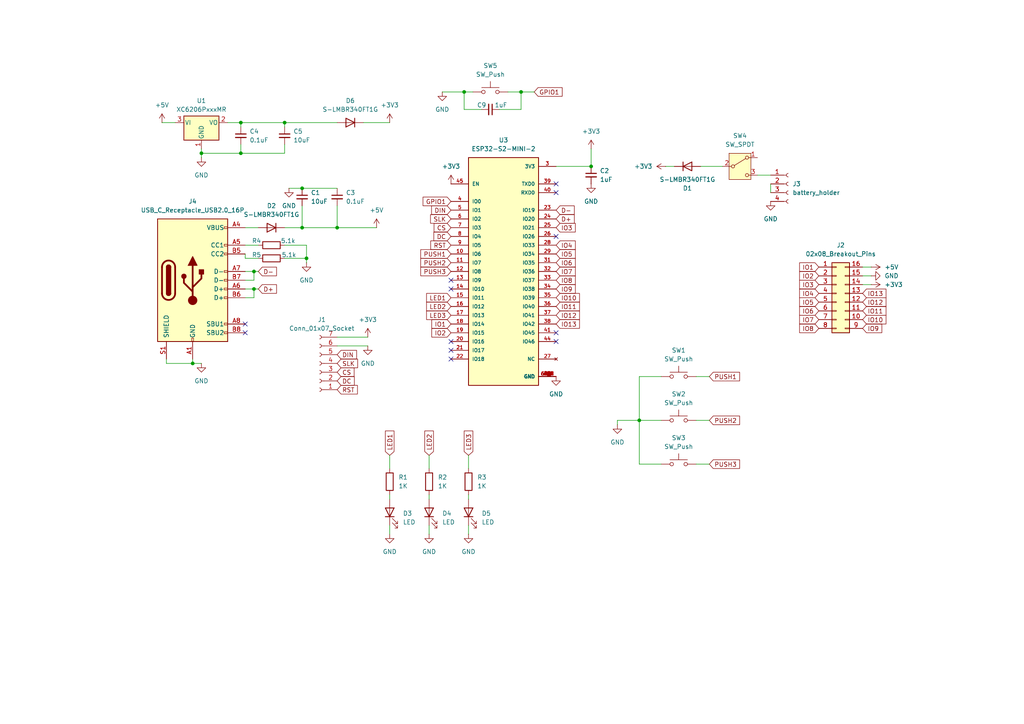
<source format=kicad_sch>
(kicad_sch (version 20231120) (generator "eeschema") (generator_version "8.0")
  (paper "A4")
  (lib_symbols
    (symbol "Connector:Conn_01x04_Socket" (pin_names (offset 1.016) hide)
      (property "Reference" "J" (at 0 5.08 0))
      (property "Value" "Conn_01x04_Socket" (at 0 -7.62 0))
      (symbol "Conn_01x04_Socket_1_1"
        (arc (start 0 -4.572) (mid -0.5058 -5.08) (end 0 -5.588) (stroke (width 0.1524)))
        (arc (start 0 -2.032) (mid -0.5058 -2.54) (end 0 -3.048) (stroke (width 0.1524)))
        (polyline (pts (xy -1.27 -5.08) (xy -0.508 -5.08)) (stroke (width 0.1524)))
        (polyline (pts (xy -1.27 -2.54) (xy -0.508 -2.54)) (stroke (width 0.1524)))
        (polyline (pts (xy -1.27 0) (xy -0.508 0)) (stroke (width 0.1524)))
        (polyline (pts (xy -1.27 2.54) (xy -0.508 2.54)) (stroke (width 0.1524)))
        (arc (start 0 0.508) (mid -0.5058 0) (end 0 -0.508) (stroke (width 0.1524)))
        (arc (start 0 3.048) (mid -0.5058 2.54) (end 0 2.032) (stroke (width 0.1524)))
        (pin passive line (at -5.08 2.54 0) (length 3.81) (name "Pin_1") (number "1"))
        (pin passive line (at -5.08 0 0) (length 3.81) (name "Pin_2") (number "2"))
        (pin passive line (at -5.08 -2.54 0) (length 3.81) (name "Pin_3") (number "3"))
        (pin passive line (at -5.08 -5.08 0) (length 3.81) (name "Pin_4") (number "4"))
      )
    )
    (symbol "Connector:Conn_01x07_Socket" (pin_names (offset 1.016) hide)
      (property "Reference" "J" (at 0 10.16 0))
      (property "Value" "Conn_01x07_Socket" (at 0 -10.16 0))
      (symbol "Conn_01x07_Socket_1_1"
        (arc (start 0 -7.112) (mid -0.5058 -7.62) (end 0 -8.128) (stroke (width 0.1524)))
        (arc (start 0 -4.572) (mid -0.5058 -5.08) (end 0 -5.588) (stroke (width 0.1524)))
        (arc (start 0 -2.032) (mid -0.5058 -2.54) (end 0 -3.048) (stroke (width 0.1524)))
        (polyline (pts (xy -1.27 -7.62) (xy -0.508 -7.62)) (stroke (width 0.1524)))
        (polyline (pts (xy -1.27 -5.08) (xy -0.508 -5.08)) (stroke (width 0.1524)))
        (polyline (pts (xy -1.27 -2.54) (xy -0.508 -2.54)) (stroke (width 0.1524)))
        (polyline (pts (xy -1.27 0) (xy -0.508 0)) (stroke (width 0.1524)))
        (polyline (pts (xy -1.27 2.54) (xy -0.508 2.54)) (stroke (width 0.1524)))
        (polyline (pts (xy -1.27 5.08) (xy -0.508 5.08)) (stroke (width 0.1524)))
        (polyline (pts (xy -1.27 7.62) (xy -0.508 7.62)) (stroke (width 0.1524)))
        (arc (start 0 0.508) (mid -0.5058 0) (end 0 -0.508) (stroke (width 0.1524)))
        (arc (start 0 3.048) (mid -0.5058 2.54) (end 0 2.032) (stroke (width 0.1524)))
        (arc (start 0 5.588) (mid -0.5058 5.08) (end 0 4.572) (stroke (width 0.1524)))
        (arc (start 0 8.128) (mid -0.5058 7.62) (end 0 7.112) (stroke (width 0.1524)))
        (pin passive line (at -5.08 7.62 0) (length 3.81) (name "Pin_1") (number "1"))
        (pin passive line (at -5.08 5.08 0) (length 3.81) (name "Pin_2") (number "2"))
        (pin passive line (at -5.08 2.54 0) (length 3.81) (name "Pin_3") (number "3"))
        (pin passive line (at -5.08 0 0) (length 3.81) (name "Pin_4") (number "4"))
        (pin passive line (at -5.08 -2.54 0) (length 3.81) (name "Pin_5") (number "5"))
        (pin passive line (at -5.08 -5.08 0) (length 3.81) (name "Pin_6") (number "6"))
        (pin passive line (at -5.08 -7.62 0) (length 3.81) (name "Pin_7") (number "7"))
      )
    )
    (symbol "Connector:USB_C_Receptacle_USB2.0_16P" (pin_names (offset 1.016))
      (property "Reference" "J" (at 0 22.225 0))
      (property "Value" "USB_C_Receptacle_USB2.0_16P" (at 0 19.685 0))
      (symbol "USB_C_Receptacle_USB2.0_16P_0_0"
        (rectangle (start -0.254 -17.78) (end 0.254 -16.764))
        (rectangle (start 10.16 -14.986) (end 9.144 -15.494))
        (rectangle (start 10.16 -12.446) (end 9.144 -12.954))
        (rectangle (start 10.16 -4.826) (end 9.144 -5.334))
        (rectangle (start 10.16 -2.286) (end 9.144 -2.794))
        (rectangle (start 10.16 0.254) (end 9.144 -0.254))
        (rectangle (start 10.16 2.794) (end 9.144 2.286))
        (rectangle (start 10.16 7.874) (end 9.144 7.366))
        (rectangle (start 10.16 10.414) (end 9.144 9.906))
        (rectangle (start 10.16 15.494) (end 9.144 14.986))
      )
      (symbol "USB_C_Receptacle_USB2.0_16P_0_1"
        (rectangle (start -10.16 17.78) (end 10.16 -17.78) (stroke (width 0.254)) (fill (type background)))
        (arc (start -8.89 -3.81) (mid -6.985 -5.7067) (end -5.08 -3.81) (stroke (width 0.508)))
        (arc (start -7.62 -3.81) (mid -6.985 -4.4423) (end -6.35 -3.81) (stroke (width 0.254)))
        (arc (start -7.62 -3.81) (mid -6.985 -4.4423) (end -6.35 -3.81) (stroke (width 0.254)) (fill (type outline)))
        (rectangle (start -7.62 -3.81) (end -6.35 3.81) (stroke (width 0.254)) (fill (type outline)))
        (arc (start -6.35 3.81) (mid -6.985 4.4423) (end -7.62 3.81) (stroke (width 0.254)))
        (arc (start -6.35 3.81) (mid -6.985 4.4423) (end -7.62 3.81) (stroke (width 0.254)) (fill (type outline)))
        (arc (start -5.08 3.81) (mid -6.985 5.7067) (end -8.89 3.81) (stroke (width 0.508)))
        (circle (center -2.54 1.143) (radius 0.635) (stroke (width 0.254)) (fill (type outline)))
        (circle (center 0 -5.842) (radius 1.27) (fill (type outline)))
        (polyline (pts (xy -8.89 -3.81) (xy -8.89 3.81)) (stroke (width 0.508)))
        (polyline (pts (xy -5.08 3.81) (xy -5.08 -3.81)) (stroke (width 0.508)))
        (polyline (pts (xy 0 -5.842) (xy 0 4.318)) (stroke (width 0.508)))
        (polyline (pts (xy 0 -3.302) (xy -2.54 -0.762) (xy -2.54 0.508)) (stroke (width 0.508)))
        (polyline (pts (xy 0 -2.032) (xy 2.54 0.508) (xy 2.54 1.778)) (stroke (width 0.508)))
        (polyline (pts (xy -1.27 4.318) (xy 0 6.858) (xy 1.27 4.318) (xy -1.27 4.318)) (stroke (width 0.254)) (fill (type outline)))
        (rectangle (start 1.905 1.778) (end 3.175 3.048) (stroke (width 0.254)) (fill (type outline)))
      )
      (symbol "USB_C_Receptacle_USB2.0_16P_1_1"
        (pin passive line (at 0 -22.86 90) (length 5.08) (name "GND") (number "A1"))
        (pin passive line (at 0 -22.86 90) (length 5.08) hide (name "GND") (number "A12"))
        (pin passive line (at 15.24 15.24 180) (length 5.08) (name "VBUS") (number "A4"))
        (pin bidirectional line (at 15.24 10.16 180) (length 5.08) (name "CC1") (number "A5"))
        (pin bidirectional line (at 15.24 -2.54 180) (length 5.08) (name "D+") (number "A6"))
        (pin bidirectional line (at 15.24 2.54 180) (length 5.08) (name "D-") (number "A7"))
        (pin bidirectional line (at 15.24 -12.7 180) (length 5.08) (name "SBU1") (number "A8"))
        (pin passive line (at 15.24 15.24 180) (length 5.08) hide (name "VBUS") (number "A9"))
        (pin passive line (at 0 -22.86 90) (length 5.08) hide (name "GND") (number "B1"))
        (pin passive line (at 0 -22.86 90) (length 5.08) hide (name "GND") (number "B12"))
        (pin passive line (at 15.24 15.24 180) (length 5.08) hide (name "VBUS") (number "B4"))
        (pin bidirectional line (at 15.24 7.62 180) (length 5.08) (name "CC2") (number "B5"))
        (pin bidirectional line (at 15.24 -5.08 180) (length 5.08) (name "D+") (number "B6"))
        (pin bidirectional line (at 15.24 0 180) (length 5.08) (name "D-") (number "B7"))
        (pin bidirectional line (at 15.24 -15.24 180) (length 5.08) (name "SBU2") (number "B8"))
        (pin passive line (at 15.24 15.24 180) (length 5.08) hide (name "VBUS") (number "B9"))
        (pin passive line (at -7.62 -22.86 90) (length 5.08) (name "SHIELD") (number "S1"))
      )
    )
    (symbol "Connector_Generic:Conn_02x08_Counter_Clockwise" (pin_names (offset 1.016) hide)
      (property "Reference" "J" (at 1.27 10.16 0))
      (property "Value" "Conn_02x08_Counter_Clockwise" (at 1.27 -12.7 0))
      (symbol "Conn_02x08_Counter_Clockwise_1_1"
        (rectangle (start -1.27 -10.033) (end 0 -10.287) (stroke (width 0.1524)))
        (rectangle (start -1.27 -7.493) (end 0 -7.747) (stroke (width 0.1524)))
        (rectangle (start -1.27 -4.953) (end 0 -5.207) (stroke (width 0.1524)))
        (rectangle (start -1.27 -2.413) (end 0 -2.667) (stroke (width 0.1524)))
        (rectangle (start -1.27 0.127) (end 0 -0.127) (stroke (width 0.1524)))
        (rectangle (start -1.27 2.667) (end 0 2.413) (stroke (width 0.1524)))
        (rectangle (start -1.27 5.207) (end 0 4.953) (stroke (width 0.1524)))
        (rectangle (start -1.27 7.747) (end 0 7.493) (stroke (width 0.1524)))
        (rectangle (start -1.27 8.89) (end 3.81 -11.43) (stroke (width 0.254)) (fill (type background)))
        (rectangle (start 3.81 -10.033) (end 2.54 -10.287) (stroke (width 0.1524)))
        (rectangle (start 3.81 -7.493) (end 2.54 -7.747) (stroke (width 0.1524)))
        (rectangle (start 3.81 -4.953) (end 2.54 -5.207) (stroke (width 0.1524)))
        (rectangle (start 3.81 -2.413) (end 2.54 -2.667) (stroke (width 0.1524)))
        (rectangle (start 3.81 0.127) (end 2.54 -0.127) (stroke (width 0.1524)))
        (rectangle (start 3.81 2.667) (end 2.54 2.413) (stroke (width 0.1524)))
        (rectangle (start 3.81 5.207) (end 2.54 4.953) (stroke (width 0.1524)))
        (rectangle (start 3.81 7.747) (end 2.54 7.493) (stroke (width 0.1524)))
        (pin passive line (at -5.08 7.62 0) (length 3.81) (name "Pin_1") (number "1"))
        (pin passive line (at 7.62 -7.62 180) (length 3.81) (name "Pin_10") (number "10"))
        (pin passive line (at 7.62 -5.08 180) (length 3.81) (name "Pin_11") (number "11"))
        (pin passive line (at 7.62 -2.54 180) (length 3.81) (name "Pin_12") (number "12"))
        (pin passive line (at 7.62 0 180) (length 3.81) (name "Pin_13") (number "13"))
        (pin passive line (at 7.62 2.54 180) (length 3.81) (name "Pin_14") (number "14"))
        (pin passive line (at 7.62 5.08 180) (length 3.81) (name "Pin_15") (number "15"))
        (pin passive line (at 7.62 7.62 180) (length 3.81) (name "Pin_16") (number "16"))
        (pin passive line (at -5.08 5.08 0) (length 3.81) (name "Pin_2") (number "2"))
        (pin passive line (at -5.08 2.54 0) (length 3.81) (name "Pin_3") (number "3"))
        (pin passive line (at -5.08 0 0) (length 3.81) (name "Pin_4") (number "4"))
        (pin passive line (at -5.08 -2.54 0) (length 3.81) (name "Pin_5") (number "5"))
        (pin passive line (at -5.08 -5.08 0) (length 3.81) (name "Pin_6") (number "6"))
        (pin passive line (at -5.08 -7.62 0) (length 3.81) (name "Pin_7") (number "7"))
        (pin passive line (at -5.08 -10.16 0) (length 3.81) (name "Pin_8") (number "8"))
        (pin passive line (at 7.62 -10.16 180) (length 3.81) (name "Pin_9") (number "9"))
      )
    )
    (symbol "Device:C_Small" (pin_numbers hide) (pin_names (offset 0.254) hide)
      (property "Reference" "C" (at 0.254 1.778 0))
      (property "Value" "C_Small" (at 0.254 -2.032 0))
      (symbol "C_Small_0_1"
        (polyline (pts (xy -1.524 -0.508) (xy 1.524 -0.508)) (stroke (width 0.3302)))
        (polyline (pts (xy -1.524 0.508) (xy 1.524 0.508)) (stroke (width 0.3048)))
      )
      (symbol "C_Small_1_1"
        (pin passive line (at 0 2.54 270) (length 2.032) (name "~") (number "1"))
        (pin passive line (at 0 -2.54 90) (length 2.032) (name "~") (number "2"))
      )
    )
    (symbol "Device:D" (pin_numbers hide) (pin_names (offset 1.016) hide)
      (property "Reference" "D" (at 0 2.54 0))
      (property "Value" "D" (at 0 -2.54 0))
      (symbol "D_0_1"
        (polyline (pts (xy -1.27 1.27) (xy -1.27 -1.27)) (stroke (width 0.254)))
        (polyline (pts (xy 1.27 0) (xy -1.27 0)))
        (polyline (pts (xy 1.27 1.27) (xy 1.27 -1.27) (xy -1.27 0) (xy 1.27 1.27)) (stroke (width 0.254)))
      )
      (symbol "D_1_1"
        (pin passive line (at -3.81 0 0) (length 2.54) (name "K") (number "1"))
        (pin passive line (at 3.81 0 180) (length 2.54) (name "A") (number "2"))
      )
    )
    (symbol "Device:LED" (pin_numbers hide) (pin_names (offset 1.016) hide)
      (property "Reference" "D" (at 0 2.54 0))
      (property "Value" "LED" (at 0 -2.54 0))
      (symbol "LED_0_1"
        (polyline (pts (xy -1.27 -1.27) (xy -1.27 1.27)) (stroke (width 0.254)))
        (polyline (pts (xy -1.27 0) (xy 1.27 0)))
        (polyline (pts (xy 1.27 -1.27) (xy 1.27 1.27) (xy -1.27 0) (xy 1.27 -1.27)) (stroke (width 0.254)))
        (polyline (pts (xy -3.048 -0.762) (xy -4.572 -2.286) (xy -3.81 -2.286) (xy -4.572 -2.286) (xy -4.572 -1.524)))
        (polyline (pts (xy -1.778 -0.762) (xy -3.302 -2.286) (xy -2.54 -2.286) (xy -3.302 -2.286) (xy -3.302 -1.524)))
      )
      (symbol "LED_1_1"
        (pin passive line (at -3.81 0 0) (length 2.54) (name "K") (number "1"))
        (pin passive line (at 3.81 0 180) (length 2.54) (name "A") (number "2"))
      )
    )
    (symbol "Device:R" (pin_numbers hide) (pin_names (offset 0))
      (property "Reference" "R" (at 2.032 0 90))
      (property "Value" "R" (at 0 0 90))
      (symbol "R_0_1"
        (rectangle (start -1.016 -2.54) (end 1.016 2.54) (stroke (width 0.254)))
      )
      (symbol "R_1_1"
        (pin passive line (at 0 3.81 270) (length 1.27) (name "~") (number "1"))
        (pin passive line (at 0 -3.81 90) (length 1.27) (name "~") (number "2"))
      )
    )
    (symbol "ESP32-S2-MINI-1:ESP32-S2-MINI-1" (pin_names (offset 1.016))
      (property "Reference" "U" (at -10.16 33.909 0))
      (property "Value" "ESP32-S2-MINI-1" (at -10.16 -35.56 0))
      (symbol "ESP32-S2-MINI-1_0_0"
        (rectangle (start -10.16 -33.02) (end 10.16 33.02) (stroke (width 0.254)) (fill (type background)))
        (pin power_in line (at 15.24 -30.48 180) (length 5.08) (name "GND") (number "1"))
        (pin bidirectional line (at -15.24 5.08 0) (length 5.08) (name "IO6") (number "10"))
        (pin bidirectional line (at -15.24 2.54 0) (length 5.08) (name "IO7") (number "11"))
        (pin bidirectional line (at -15.24 0 0) (length 5.08) (name "IO8") (number "12"))
        (pin bidirectional line (at -15.24 -2.54 0) (length 5.08) (name "IO9") (number "13"))
        (pin bidirectional line (at -15.24 -5.08 0) (length 5.08) (name "IO10") (number "14"))
        (pin bidirectional line (at -15.24 -7.62 0) (length 5.08) (name "IO11") (number "15"))
        (pin bidirectional line (at -15.24 -10.16 0) (length 5.08) (name "IO12") (number "16"))
        (pin bidirectional line (at -15.24 -12.7 0) (length 5.08) (name "IO13") (number "17"))
        (pin bidirectional line (at -15.24 -15.24 0) (length 5.08) (name "IO14") (number "18"))
        (pin bidirectional line (at -15.24 -17.78 0) (length 5.08) (name "IO15") (number "19"))
        (pin power_in line (at 15.24 -30.48 180) (length 5.08) (name "GND") (number "2"))
        (pin bidirectional line (at -15.24 -20.32 0) (length 5.08) (name "IO16") (number "20"))
        (pin bidirectional line (at -15.24 -22.86 0) (length 5.08) (name "IO17") (number "21"))
        (pin bidirectional line (at -15.24 -25.4 0) (length 5.08) (name "IO18") (number "22"))
        (pin bidirectional line (at 15.24 17.78 180) (length 5.08) (name "IO19") (number "23"))
        (pin bidirectional line (at 15.24 15.24 180) (length 5.08) (name "IO20") (number "24"))
        (pin bidirectional line (at 15.24 12.7 180) (length 5.08) (name "IO21") (number "25"))
        (pin bidirectional line (at 15.24 10.16 180) (length 5.08) (name "IO26") (number "26"))
        (pin no_connect line (at 15.24 -25.4 180) (length 5.08) (name "NC") (number "27"))
        (pin bidirectional line (at 15.24 7.62 180) (length 5.08) (name "IO33") (number "28"))
        (pin bidirectional line (at 15.24 5.08 180) (length 5.08) (name "IO34") (number "29"))
        (pin power_in line (at 15.24 30.48 180) (length 5.08) (name "3V3") (number "3"))
        (pin power_in line (at 15.24 -30.48 180) (length 5.08) (name "GND") (number "30"))
        (pin bidirectional line (at 15.24 2.54 180) (length 5.08) (name "IO35") (number "31"))
        (pin bidirectional line (at 15.24 0 180) (length 5.08) (name "IO36") (number "32"))
        (pin bidirectional line (at 15.24 -2.54 180) (length 5.08) (name "IO37") (number "33"))
        (pin bidirectional line (at 15.24 -5.08 180) (length 5.08) (name "IO38") (number "34"))
        (pin bidirectional line (at 15.24 -7.62 180) (length 5.08) (name "IO39") (number "35"))
        (pin bidirectional line (at 15.24 -10.16 180) (length 5.08) (name "IO40") (number "36"))
        (pin bidirectional line (at 15.24 -12.7 180) (length 5.08) (name "IO41") (number "37"))
        (pin bidirectional line (at 15.24 -15.24 180) (length 5.08) (name "IO42") (number "38"))
        (pin bidirectional line (at 15.24 25.4 180) (length 5.08) (name "TXD0") (number "39"))
        (pin bidirectional line (at -15.24 20.32 0) (length 5.08) (name "IO0") (number "4"))
        (pin bidirectional line (at 15.24 22.86 180) (length 5.08) (name "RXD0") (number "40"))
        (pin bidirectional line (at 15.24 -17.78 180) (length 5.08) (name "IO45") (number "41"))
        (pin power_in line (at 15.24 -30.48 180) (length 5.08) (name "GND") (number "42"))
        (pin power_in line (at 15.24 -30.48 180) (length 5.08) (name "GND") (number "43"))
        (pin input line (at 15.24 -20.32 180) (length 5.08) (name "IO46") (number "44"))
        (pin input line (at -15.24 25.4 0) (length 5.08) (name "EN") (number "45"))
        (pin power_in line (at 15.24 -30.48 180) (length 5.08) (name "GND") (number "46"))
        (pin power_in line (at 15.24 -30.48 180) (length 5.08) (name "GND") (number "47"))
        (pin power_in line (at 15.24 -30.48 180) (length 5.08) (name "GND") (number "48"))
        (pin power_in line (at 15.24 -30.48 180) (length 5.08) (name "GND") (number "49"))
        (pin bidirectional line (at -15.24 17.78 0) (length 5.08) (name "IO1") (number "5"))
        (pin power_in line (at 15.24 -30.48 180) (length 5.08) (name "GND") (number "50"))
        (pin power_in line (at 15.24 -30.48 180) (length 5.08) (name "GND") (number "51"))
        (pin power_in line (at 15.24 -30.48 180) (length 5.08) (name "GND") (number "52"))
        (pin power_in line (at 15.24 -30.48 180) (length 5.08) (name "GND") (number "53"))
        (pin power_in line (at 15.24 -30.48 180) (length 5.08) (name "GND") (number "54"))
        (pin power_in line (at 15.24 -30.48 180) (length 5.08) (name "GND") (number "55"))
        (pin power_in line (at 15.24 -30.48 180) (length 5.08) (name "GND") (number "56"))
        (pin power_in line (at 15.24 -30.48 180) (length 5.08) (name "GND") (number "57"))
        (pin power_in line (at 15.24 -30.48 180) (length 5.08) (name "GND") (number "58"))
        (pin power_in line (at 15.24 -30.48 180) (length 5.08) (name "GND") (number "59"))
        (pin bidirectional line (at -15.24 15.24 0) (length 5.08) (name "IO2") (number "6"))
        (pin power_in line (at 15.24 -30.48 180) (length 5.08) (name "GND") (number "60"))
        (pin power_in line (at 15.24 -30.48 180) (length 5.08) (name "GND") (number "61"))
        (pin power_in line (at 15.24 -30.48 180) (length 5.08) (name "GND") (number "61_1"))
        (pin power_in line (at 15.24 -30.48 180) (length 5.08) (name "GND") (number "61_2"))
        (pin power_in line (at 15.24 -30.48 180) (length 5.08) (name "GND") (number "61_3"))
        (pin power_in line (at 15.24 -30.48 180) (length 5.08) (name "GND") (number "61_4"))
        (pin power_in line (at 15.24 -30.48 180) (length 5.08) (name "GND") (number "61_5"))
        (pin power_in line (at 15.24 -30.48 180) (length 5.08) (name "GND") (number "61_6"))
        (pin power_in line (at 15.24 -30.48 180) (length 5.08) (name "GND") (number "61_7"))
        (pin power_in line (at 15.24 -30.48 180) (length 5.08) (name "GND") (number "61_8"))
        (pin power_in line (at 15.24 -30.48 180) (length 5.08) (name "GND") (number "62"))
        (pin power_in line (at 15.24 -30.48 180) (length 5.08) (name "GND") (number "63"))
        (pin power_in line (at 15.24 -30.48 180) (length 5.08) (name "GND") (number "64"))
        (pin power_in line (at 15.24 -30.48 180) (length 5.08) (name "GND") (number "65"))
        (pin bidirectional line (at -15.24 12.7 0) (length 5.08) (name "IO3") (number "7"))
        (pin bidirectional line (at -15.24 10.16 0) (length 5.08) (name "IO4") (number "8"))
        (pin bidirectional line (at -15.24 7.62 0) (length 5.08) (name "IO5") (number "9"))
      )
    )
    (symbol "Regulator_Linear:XC6206PxxxMR" (pin_names (offset 0.254))
      (property "Reference" "U" (at -3.81 3.175 0))
      (property "Value" "XC6206PxxxMR" (at 0 3.175 0))
      (symbol "XC6206PxxxMR_0_1"
        (rectangle (start -5.08 1.905) (end 5.08 -5.08) (stroke (width 0.254)) (fill (type background)))
      )
      (symbol "XC6206PxxxMR_1_1"
        (pin power_in line (at 0 -7.62 90) (length 2.54) (name "GND") (number "1"))
        (pin power_out line (at 7.62 0 180) (length 2.54) (name "VO") (number "2"))
        (pin power_in line (at -7.62 0 0) (length 2.54) (name "VI") (number "3"))
      )
    )
    (symbol "Switch:SW_Push" (pin_numbers hide) (pin_names (offset 1.016) hide)
      (property "Reference" "SW" (at 1.27 2.54 0))
      (property "Value" "SW_Push" (at 0 -1.524 0))
      (symbol "SW_Push_0_1"
        (circle (center -2.032 0) (radius 0.508))
        (polyline (pts (xy 0 1.27) (xy 0 3.048)))
        (polyline (pts (xy 2.54 1.27) (xy -2.54 1.27)))
        (circle (center 2.032 0) (radius 0.508))
        (pin passive line (at -5.08 0 0) (length 2.54) (name "1") (number "1"))
        (pin passive line (at 5.08 0 180) (length 2.54) (name "2") (number "2"))
      )
    )
    (symbol "Switch:SW_SPDT" (pin_names (offset 0) hide)
      (property "Reference" "SW" (at 0 5.08 0))
      (property "Value" "SW_SPDT" (at 0 -5.08 0))
      (symbol "SW_SPDT_0_1"
        (circle (center -2.032 0) (radius 0.4572))
        (polyline (pts (xy -1.651 0.254) (xy 1.651 2.286)))
        (circle (center 2.032 -2.54) (radius 0.4572))
        (circle (center 2.032 2.54) (radius 0.4572))
      )
      (symbol "SW_SPDT_1_1"
        (rectangle (start -3.175 3.81) (end 3.175 -3.81) (fill (type background)))
        (pin passive line (at 5.08 2.54 180) (length 2.54) (name "A") (number "1"))
        (pin passive line (at -5.08 0 0) (length 2.54) (name "B") (number "2"))
        (pin passive line (at 5.08 -2.54 180) (length 2.54) (name "C") (number "3"))
      )
    )
    (symbol "power:+3V3" (power) (pin_numbers hide) (pin_names (offset 0) hide)
      (property "Value" "+3V3" (at 0 3.556 0))
      (symbol "+3V3_0_1"
        (polyline (pts (xy -0.762 1.27) (xy 0 2.54)))
        (polyline (pts (xy 0 0) (xy 0 2.54)))
        (polyline (pts (xy 0 2.54) (xy 0.762 1.27)))
      )
      (symbol "+3V3_1_1"
        (pin power_in line (at 0 0 90) (length 0) (name "~") (number "1"))
      )
    )
    (symbol "power:+5V" (power) (pin_numbers hide) (pin_names (offset 0) hide)
      (property "Value" "+5V" (at 0 3.556 0))
      (symbol "+5V_0_1"
        (polyline (pts (xy -0.762 1.27) (xy 0 2.54)))
        (polyline (pts (xy 0 0) (xy 0 2.54)))
        (polyline (pts (xy 0 2.54) (xy 0.762 1.27)))
      )
      (symbol "+5V_1_1"
        (pin power_in line (at 0 0 90) (length 0) (name "~") (number "1"))
      )
    )
    (symbol "power:GND" (power) (pin_numbers hide) (pin_names (offset 0) hide)
      (property "Value" "GND" (at 0 -3.81 0))
      (symbol "GND_0_1"
        (polyline (pts (xy 0 0) (xy 0 -1.27) (xy 1.27 -1.27) (xy 0 -2.54) (xy -1.27 -1.27) (xy 0 -1.27)))
      )
      (symbol "GND_1_1"
        (pin power_in line (at 0 0 270) (length 0) (name "~") (number "1"))
      )
    )
  )
  (junction (at 88.9 74.93))
  (junction (at 87.63 66.04))
  (junction (at 69.85 44.45))
  (junction (at 55.88 105.41))
  (junction (at 73.66 83.82))
  (junction (at 134.62 26.67))
  (junction (at 185.42 121.92))
  (junction (at 151.13 26.67))
  (junction (at 73.66 78.74))
  (junction (at 69.85 35.56))
  (junction (at 87.63 54.61))
  (junction (at 97.79 66.04))
  (junction (at 82.55 35.56))
  (junction (at 58.42 44.45))
  (junction (at 171.45 48.26))
  (no_connect (at 161.29 53.34))
  (no_connect (at 130.81 83.82))
  (no_connect (at 130.81 101.6))
  (no_connect (at 71.12 93.98))
  (no_connect (at 161.29 96.52))
  (no_connect (at 71.12 96.52))
  (no_connect (at 161.29 99.06))
  (no_connect (at 161.29 55.88))
  (no_connect (at 130.81 81.28))
  (no_connect (at 130.81 104.14))
  (no_connect (at 161.29 68.58))
  (no_connect (at 130.81 99.06))
  (wire (pts (xy 58.42 44.45) (xy 58.42 43.18)))
  (wire (pts (xy 71.12 81.28) (xy 73.66 81.28)))
  (wire (pts (xy 82.55 74.93) (xy 88.9 74.93)))
  (wire (pts (xy 128.27 26.67) (xy 134.62 26.67)))
  (wire (pts (xy 87.63 66.04) (xy 87.63 59.69)))
  (wire (pts (xy 185.42 134.62) (xy 191.77 134.62)))
  (wire (pts (xy 97.79 66.04) (xy 109.22 66.04)))
  (wire (pts (xy 97.79 100.33) (xy 106.68 100.33)))
  (wire (pts (xy 71.12 71.12) (xy 74.93 71.12)))
  (wire (pts (xy 82.55 44.45) (xy 82.55 41.91)))
  (wire (pts (xy 134.62 26.67) (xy 137.16 26.67)))
  (wire (pts (xy 250.19 82.55) (xy 252.73 82.55)))
  (wire (pts (xy 58.42 45.72) (xy 58.42 44.45)))
  (wire (pts (xy 97.79 97.79) (xy 106.68 97.79)))
  (wire (pts (xy 185.42 109.22) (xy 191.77 109.22)))
  (wire (pts (xy 82.55 66.04) (xy 87.63 66.04)))
  (wire (pts (xy 71.12 74.93) (xy 74.93 74.93)))
  (wire (pts (xy 73.66 78.74) (xy 74.93 78.74)))
  (wire (pts (xy 48.26 104.14) (xy 48.26 105.41)))
  (wire (pts (xy 55.88 104.14) (xy 55.88 105.41)))
  (wire (pts (xy 69.85 35.56) (xy 82.55 35.56)))
  (wire (pts (xy 88.9 76.2) (xy 88.9 74.93)))
  (wire (pts (xy 113.03 132.08) (xy 113.03 135.89)))
  (wire (pts (xy 82.55 36.83) (xy 82.55 35.56)))
  (wire (pts (xy 179.07 121.92) (xy 179.07 123.19)))
  (wire (pts (xy 73.66 86.36) (xy 73.66 83.82)))
  (wire (pts (xy 250.19 80.01) (xy 252.73 80.01)))
  (wire (pts (xy 83.82 54.61) (xy 87.63 54.61)))
  (wire (pts (xy 201.93 121.92) (xy 205.74 121.92)))
  (wire (pts (xy 135.89 143.51) (xy 135.89 144.78)))
  (wire (pts (xy 82.55 71.12) (xy 88.9 71.12)))
  (wire (pts (xy 219.71 50.8) (xy 223.52 50.8)))
  (wire (pts (xy 55.88 105.41) (xy 58.42 105.41)))
  (wire (pts (xy 144.78 31.75) (xy 151.13 31.75)))
  (wire (pts (xy 46.99 35.56) (xy 50.8 35.56)))
  (wire (pts (xy 71.12 83.82) (xy 73.66 83.82)))
  (wire (pts (xy 185.42 109.22) (xy 185.42 121.92)))
  (wire (pts (xy 69.85 36.83) (xy 69.85 35.56)))
  (wire (pts (xy 185.42 121.92) (xy 185.42 134.62)))
  (wire (pts (xy 73.66 83.82) (xy 74.93 83.82)))
  (wire (pts (xy 151.13 26.67) (xy 154.94 26.67)))
  (wire (pts (xy 82.55 35.56) (xy 97.79 35.56)))
  (wire (pts (xy 193.04 48.26) (xy 195.58 48.26)))
  (wire (pts (xy 69.85 44.45) (xy 82.55 44.45)))
  (wire (pts (xy 71.12 66.04) (xy 74.93 66.04)))
  (wire (pts (xy 179.07 121.92) (xy 185.42 121.92)))
  (wire (pts (xy 113.03 143.51) (xy 113.03 144.78)))
  (wire (pts (xy 124.46 143.51) (xy 124.46 144.78)))
  (wire (pts (xy 223.52 53.34) (xy 223.52 55.88)))
  (wire (pts (xy 105.41 35.56) (xy 113.03 35.56)))
  (wire (pts (xy 134.62 26.67) (xy 134.62 31.75)))
  (wire (pts (xy 113.03 152.4) (xy 113.03 154.94)))
  (wire (pts (xy 161.29 48.26) (xy 171.45 48.26)))
  (wire (pts (xy 124.46 132.08) (xy 124.46 135.89)))
  (wire (pts (xy 151.13 31.75) (xy 151.13 26.67)))
  (wire (pts (xy 124.46 152.4) (xy 124.46 154.94)))
  (wire (pts (xy 88.9 71.12) (xy 88.9 74.93)))
  (wire (pts (xy 73.66 81.28) (xy 73.66 78.74)))
  (wire (pts (xy 171.45 43.18) (xy 171.45 48.26)))
  (wire (pts (xy 135.89 132.08) (xy 135.89 135.89)))
  (wire (pts (xy 69.85 44.45) (xy 69.85 41.91)))
  (wire (pts (xy 203.2 48.26) (xy 209.55 48.26)))
  (wire (pts (xy 87.63 66.04) (xy 97.79 66.04)))
  (wire (pts (xy 58.42 44.45) (xy 69.85 44.45)))
  (wire (pts (xy 66.04 35.56) (xy 69.85 35.56)))
  (wire (pts (xy 135.89 152.4) (xy 135.89 154.94)))
  (wire (pts (xy 87.63 54.61) (xy 97.79 54.61)))
  (wire (pts (xy 71.12 86.36) (xy 73.66 86.36)))
  (wire (pts (xy 134.62 31.75) (xy 139.7 31.75)))
  (wire (pts (xy 97.79 66.04) (xy 97.79 59.69)))
  (wire (pts (xy 71.12 74.93) (xy 71.12 73.66)))
  (wire (pts (xy 147.32 26.67) (xy 151.13 26.67)))
  (wire (pts (xy 71.12 78.74) (xy 73.66 78.74)))
  (wire (pts (xy 201.93 134.62) (xy 205.74 134.62)))
  (wire (pts (xy 252.73 77.47) (xy 250.19 77.47)))
  (wire (pts (xy 185.42 121.92) (xy 191.77 121.92)))
  (wire (pts (xy 48.26 105.41) (xy 55.88 105.41)))
  (wire (pts (xy 201.93 109.22) (xy 205.74 109.22)))
  (global_label "PUSH2" (shape input) (at 130.81 76.2 180) (property "Intersheetrefs" "${INTERSHEET_REFS}" (effects (hide yes))))
  (global_label "IO1" (shape input) (at 130.81 93.98 180) (property "Intersheetrefs" "${INTERSHEET_REFS}" (effects (hide yes))))
  (global_label "IO2" (shape input) (at 130.81 96.52 180) (property "Intersheetrefs" "${INTERSHEET_REFS}" (effects (hide yes))))
  (global_label "DC" (shape input) (at 130.81 68.58 180) (property "Intersheetrefs" "${INTERSHEET_REFS}" (effects (hide yes))))
  (global_label "IO6" (shape input) (at 237.49 90.17 180) (property "Intersheetrefs" "${INTERSHEET_REFS}" (effects (hide yes))))
  (global_label "PUSH1" (shape input) (at 130.81 73.66 180) (property "Intersheetrefs" "${INTERSHEET_REFS}" (effects (hide yes))))
  (global_label "LED2" (shape input) (at 124.46 132.08 90) (property "Intersheetrefs" "${INTERSHEET_REFS}" (effects (hide yes))))
  (global_label "LED1" (shape input) (at 113.03 132.08 90) (property "Intersheetrefs" "${INTERSHEET_REFS}" (effects (hide yes))))
  (global_label "D-" (shape input) (at 161.29 60.96 0) (property "Intersheetrefs" "${INTERSHEET_REFS}" (effects (hide yes))))
  (global_label "PUSH3" (shape input) (at 205.74 134.62 0) (property "Intersheetrefs" "${INTERSHEET_REFS}" (effects (hide yes))))
  (global_label "D+" (shape input) (at 161.29 63.5 0) (property "Intersheetrefs" "${INTERSHEET_REFS}" (effects (hide yes))))
  (global_label "IO13" (shape input) (at 250.19 85.09 0) (property "Intersheetrefs" "${INTERSHEET_REFS}" (effects (hide yes))))
  (global_label "LED1" (shape input) (at 130.81 86.36 180) (property "Intersheetrefs" "${INTERSHEET_REFS}" (effects (hide yes))))
  (global_label "PUSH1" (shape input) (at 205.74 109.22 0) (property "Intersheetrefs" "${INTERSHEET_REFS}" (effects (hide yes))))
  (global_label "IO4" (shape input) (at 161.29 71.12 0) (property "Intersheetrefs" "${INTERSHEET_REFS}" (effects (hide yes))))
  (global_label "IO11" (shape input) (at 161.29 88.9 0) (property "Intersheetrefs" "${INTERSHEET_REFS}" (effects (hide yes))))
  (global_label "SLK" (shape input) (at 130.81 63.5 180) (property "Intersheetrefs" "${INTERSHEET_REFS}" (effects (hide yes))))
  (global_label "IO8" (shape input) (at 237.49 95.25 180) (property "Intersheetrefs" "${INTERSHEET_REFS}" (effects (hide yes))))
  (global_label "RST" (shape input) (at 130.81 71.12 180) (property "Intersheetrefs" "${INTERSHEET_REFS}" (effects (hide yes))))
  (global_label "IO2" (shape input) (at 237.49 80.01 180) (property "Intersheetrefs" "${INTERSHEET_REFS}" (effects (hide yes))))
  (global_label "LED2" (shape input) (at 130.81 88.9 180) (property "Intersheetrefs" "${INTERSHEET_REFS}" (effects (hide yes))))
  (global_label "CS" (shape input) (at 97.79 107.95 0) (property "Intersheetrefs" "${INTERSHEET_REFS}" (effects (hide yes))))
  (global_label "IO3" (shape input) (at 237.49 82.55 180) (property "Intersheetrefs" "${INTERSHEET_REFS}" (effects (hide yes))))
  (global_label "CS" (shape input) (at 130.81 66.04 180) (property "Intersheetrefs" "${INTERSHEET_REFS}" (effects (hide yes))))
  (global_label "IO5" (shape input) (at 161.29 73.66 0) (property "Intersheetrefs" "${INTERSHEET_REFS}" (effects (hide yes))))
  (global_label "IO13" (shape input) (at 161.29 93.98 0) (property "Intersheetrefs" "${INTERSHEET_REFS}" (effects (hide yes))))
  (global_label "D+" (shape input) (at 74.93 83.82 0) (property "Intersheetrefs" "${INTERSHEET_REFS}" (effects (hide yes))))
  (global_label "IO7" (shape input) (at 161.29 78.74 0) (property "Intersheetrefs" "${INTERSHEET_REFS}" (effects (hide yes))))
  (global_label "LED3" (shape input) (at 130.81 91.44 180) (property "Intersheetrefs" "${INTERSHEET_REFS}" (effects (hide yes))))
  (global_label "IO4" (shape input) (at 237.49 85.09 180) (property "Intersheetrefs" "${INTERSHEET_REFS}" (effects (hide yes))))
  (global_label "IO11" (shape input) (at 250.19 90.17 0) (property "Intersheetrefs" "${INTERSHEET_REFS}" (effects (hide yes))))
  (global_label "IO12" (shape input) (at 250.19 87.63 0) (property "Intersheetrefs" "${INTERSHEET_REFS}" (effects (hide yes))))
  (global_label "PUSH2" (shape input) (at 205.74 121.92 0) (property "Intersheetrefs" "${INTERSHEET_REFS}" (effects (hide yes))))
  (global_label "GPIO1" (shape input) (at 130.81 58.42 180) (property "Intersheetrefs" "${INTERSHEET_REFS}" (effects (hide yes))))
  (global_label "PUSH3" (shape input) (at 130.81 78.74 180) (property "Intersheetrefs" "${INTERSHEET_REFS}" (effects (hide yes))))
  (global_label "LED3" (shape input) (at 135.89 132.08 90) (property "Intersheetrefs" "${INTERSHEET_REFS}" (effects (hide yes))))
  (global_label "RST" (shape input) (at 97.79 113.03 0) (property "Intersheetrefs" "${INTERSHEET_REFS}" (effects (hide yes))))
  (global_label "DC" (shape input) (at 97.79 110.49 0) (property "Intersheetrefs" "${INTERSHEET_REFS}" (effects (hide yes))))
  (global_label "IO8" (shape input) (at 161.29 81.28 0) (property "Intersheetrefs" "${INTERSHEET_REFS}" (effects (hide yes))))
  (global_label "IO9" (shape input) (at 250.19 95.25 0) (property "Intersheetrefs" "${INTERSHEET_REFS}" (effects (hide yes))))
  (global_label "GPIO1" (shape input) (at 154.94 26.67 0) (property "Intersheetrefs" "${INTERSHEET_REFS}" (effects (hide yes))))
  (global_label "IO5" (shape input) (at 237.49 87.63 180) (property "Intersheetrefs" "${INTERSHEET_REFS}" (effects (hide yes))))
  (global_label "IO10" (shape input) (at 250.19 92.71 0) (property "Intersheetrefs" "${INTERSHEET_REFS}" (effects (hide yes))))
  (global_label "IO10" (shape input) (at 161.29 86.36 0) (property "Intersheetrefs" "${INTERSHEET_REFS}" (effects (hide yes))))
  (global_label "IO12" (shape input) (at 161.29 91.44 0) (property "Intersheetrefs" "${INTERSHEET_REFS}" (effects (hide yes))))
  (global_label "D-" (shape input) (at 74.93 78.74 0) (property "Intersheetrefs" "${INTERSHEET_REFS}" (effects (hide yes))))
  (global_label "SLK" (shape input) (at 97.79 105.41 0) (property "Intersheetrefs" "${INTERSHEET_REFS}" (effects (hide yes))))
  (global_label "IO9" (shape input) (at 161.29 83.82 0) (property "Intersheetrefs" "${INTERSHEET_REFS}" (effects (hide yes))))
  (global_label "DIN" (shape input) (at 97.79 102.87 0) (property "Intersheetrefs" "${INTERSHEET_REFS}" (effects (hide yes))))
  (global_label "IO3" (shape input) (at 161.29 66.04 0) (property "Intersheetrefs" "${INTERSHEET_REFS}" (effects (hide yes))))
  (global_label "IO1" (shape input) (at 237.49 77.47 180) (property "Intersheetrefs" "${INTERSHEET_REFS}" (effects (hide yes))))
  (global_label "IO7" (shape input) (at 237.49 92.71 180) (property "Intersheetrefs" "${INTERSHEET_REFS}" (effects (hide yes))))
  (global_label "DIN" (shape input) (at 130.81 60.96 180) (property "Intersheetrefs" "${INTERSHEET_REFS}" (effects (hide yes))))
  (global_label "IO6" (shape input) (at 161.29 76.2 0) (property "Intersheetrefs" "${INTERSHEET_REFS}" (effects (hide yes))))
  (symbol (lib_id "Device:LED") (at 135.89 148.59 90) (unit 1)
    (property "Reference" "D5" (at 139.7 148.9074 90) (effects (justify right)))
    (property "Value" "LED" (at 139.7 151.4474 90) (effects (justify right)))
    (property "Footprint" "LED_SMD:LED_0805_2012Metric" (effects (hide yes)))
    (property "Description" "Light emitting diode" (effects (hide yes)))
  )
  (symbol (lib_id "power:+3V3") (at 252.73 82.55 270) (unit 1)
    (property "Reference" "#PWR01" (effects (hide yes)))
    (property "Value" "+3V3" (at 256.54 82.5499 90) (effects (justify left)))
    (property "Description" "Power symbol creates a global label with name \"+3V3\"" (effects (hide yes)))
  )
  (symbol (lib_id "power:GND") (at 161.29 109.22 0) (unit 1)
    (property "Reference" "#PWR016" (effects (hide yes)))
    (property "Value" "GND" (at 161.29 114.3 0))
    (property "Description" "Power symbol creates a global label with name \"GND\" , ground" (effects (hide yes)))
  )
  (symbol (lib_id "Device:C_Small") (at 97.79 57.15 0) (unit 1)
    (property "Reference" "C3" (at 100.33 55.8862 0) (effects (justify left)))
    (property "Value" "0.1uF" (at 100.33 58.4262 0) (effects (justify left)))
    (property "Footprint" "Capacitor_SMD:C_0805_2012Metric" (effects (hide yes)))
    (property "Description" "Unpolarized capacitor, small symbol" (effects (hide yes)))
    (property "LCSC" "C28378" (effects (hide yes)))
  )
  (symbol (lib_id "power:+3V3") (at 113.03 35.56 0) (unit 1)
    (property "Reference" "#PWR011" (effects (hide yes)))
    (property "Value" "+3V3" (at 113.03 30.48 0))
    (property "Description" "Power symbol creates a global label with name \"+3V3\"" (effects (hide yes)))
  )
  (symbol (lib_id "power:+5V") (at 109.22 66.04 0) (unit 1)
    (property "Reference" "#PWR07" (effects (hide yes)))
    (property "Value" "+5V" (at 109.22 60.96 0))
    (property "Description" "Power symbol creates a global label with name \"+5V\"" (effects (hide yes)))
  )
  (symbol (lib_id "Device:LED") (at 113.03 148.59 90) (unit 1)
    (property "Reference" "D3" (at 116.84 148.9074 90) (effects (justify right)))
    (property "Value" "LED" (at 116.84 151.4474 90) (effects (justify right)))
    (property "Footprint" "LED_SMD:LED_0805_2012Metric" (effects (hide yes)))
    (property "Description" "Light emitting diode" (effects (hide yes)))
  )
  (symbol (lib_id "Connector:USB_C_Receptacle_USB2.0_16P") (at 55.88 81.28 0) (unit 1)
    (property "Reference" "J4" (at 55.88 58.42 0))
    (property "Value" "USB_C_Receptacle_USB2.0_16P" (at 55.88 60.96 0))
    (property "Footprint" "Connector_USB:USB_C_Receptacle_HCTL_HC-TYPE-C-16P-01A" (effects (hide yes)))
    (property "Datasheet" "https://www.usb.org/sites/default/files/documents/usb_type-c.zip" (effects (hide yes)))
    (property "Description" "USB 2.0-only 16P Type-C Receptacle connector" (effects (hide yes)))
    (property "LCSC" "C393939" (effects (hide yes)))
  )
  (symbol (lib_id "Device:D") (at 78.74 66.04 180) (unit 1)
    (property "Reference" "D2" (at 78.74 59.69 0))
    (property "Value" "S-LMBR340FT1G" (at 78.74 62.23 0))
    (property "Footprint" "Diode_SMD:D_0805_2012Metric" (effects (hide yes)))
    (property "Description" "Diode" (effects (hide yes)))
    (property "Sim.Device" "D" (effects (hide yes)))
    (property "Sim.Pins" "1=K 2=A" (effects (hide yes)))
    (property "LCSC" " C2972823" (effects (hide yes)))
  )
  (symbol (lib_id "Device:R") (at 135.89 139.7 0) (unit 1)
    (property "Reference" "R3" (at 138.43 138.4299 0) (effects (justify left)))
    (property "Value" "1K" (at 138.43 140.9699 0) (effects (justify left)))
    (property "Footprint" "Resistor_SMD:R_0805_2012Metric" (effects (hide yes)))
    (property "Description" "Resistor" (effects (hide yes)))
    (property "LCSC" "C17513" (effects (hide yes)))
  )
  (symbol (lib_id "Device:R") (at 78.74 74.93 90) (unit 1)
    (property "Reference" "R5" (at 74.422 73.914 90))
    (property "Value" "5.1k" (at 83.82 73.914 90))
    (property "Footprint" "Resistor_SMD:R_0805_2012Metric" (effects (hide yes)))
    (property "Description" "Resistor" (effects (hide yes)))
    (property "LCSC" "C104375" (effects (hide yes)))
  )
  (symbol (lib_id "power:GND") (at 171.45 53.34 0) (unit 1)
    (property "Reference" "#PWR09" (effects (hide yes)))
    (property "Value" "GND" (at 171.45 58.42 0))
    (property "Description" "Power symbol creates a global label with name \"GND\" , ground" (effects (hide yes)))
  )
  (symbol (lib_id "Device:R") (at 78.74 71.12 90) (unit 1)
    (property "Reference" "R4" (at 74.422 69.85 90))
    (property "Value" "5.1k" (at 83.566 69.85 90))
    (property "Footprint" "Resistor_SMD:R_0805_2012Metric" (effects (hide yes)))
    (property "Description" "Resistor" (effects (hide yes)))
    (property "LCSC" "C104375" (effects (hide yes)))
  )
  (symbol (lib_id "Switch:SW_Push") (at 196.85 121.92 0) (unit 1)
    (property "Reference" "SW2" (at 196.85 114.3 0))
    (property "Value" "SW_Push" (at 196.85 116.84 0))
    (property "Footprint" "Button_Switch_SMD:SW_Push_1P1T_NO_6x6mm_H9.5mm" (effects (hide yes)))
    (property "Description" "Push button switch, generic, two pins" (effects (hide yes)))
    (property "LCSC" "C381038" (effects (hide yes)))
  )
  (symbol (lib_id "power:+5V") (at 46.99 35.56 0) (unit 1)
    (property "Reference" "#PWR08" (effects (hide yes)))
    (property "Value" "+5V" (at 46.99 30.48 0))
    (property "Description" "Power symbol creates a global label with name \"+5V\"" (effects (hide yes)))
  )
  (symbol (lib_id "Device:LED") (at 124.46 148.59 90) (unit 1)
    (property "Reference" "D4" (at 128.27 148.9074 90) (effects (justify right)))
    (property "Value" "LED" (at 128.27 151.4474 90) (effects (justify right)))
    (property "Footprint" "LED_SMD:LED_0805_2012Metric" (effects (hide yes)))
    (property "Description" "Light emitting diode" (effects (hide yes)))
  )
  (symbol (lib_id "power:+5V") (at 252.73 77.47 270) (unit 1)
    (property "Reference" "#PWR010" (effects (hide yes)))
    (property "Value" "+5V" (at 256.54 77.4699 90) (effects (justify left)))
    (property "Description" "Power symbol creates a global label with name \"+5V\"" (effects (hide yes)))
  )
  (symbol (lib_id "power:GND") (at 58.42 105.41 0) (unit 1)
    (property "Reference" "#PWR014" (effects (hide yes)))
    (property "Value" "GND" (at 58.42 110.49 0))
    (property "Description" "Power symbol creates a global label with name \"GND\" , ground" (effects (hide yes)))
  )
  (symbol (lib_id "power:GND") (at 58.42 45.72 0) (unit 1)
    (property "Reference" "#PWR015" (effects (hide yes)))
    (property "Value" "GND" (at 58.42 50.8 0))
    (property "Description" "Power symbol creates a global label with name \"GND\" , ground" (effects (hide yes)))
  )
  (symbol (lib_id "power:GND") (at 179.07 123.19 0) (unit 1)
    (property "Reference" "#PWR05" (effects (hide yes)))
    (property "Value" "GND" (at 179.07 128.27 0))
    (property "Description" "Power symbol creates a global label with name \"GND\" , ground" (effects (hide yes)))
  )
  (symbol (lib_id "power:GND") (at 83.82 54.61 0) (unit 1)
    (property "Reference" "#PWR04" (effects (hide yes)))
    (property "Value" "GND" (at 83.82 59.69 0))
    (property "Description" "Power symbol creates a global label with name \"GND\" , ground" (effects (hide yes)))
  )
  (symbol (lib_id "Device:C_Small") (at 87.63 57.15 0) (unit 1)
    (property "Reference" "C1" (at 90.17 55.8862 0) (effects (justify left)))
    (property "Value" "10uF" (at 90.17 58.4262 0) (effects (justify left)))
    (property "Footprint" "Capacitor_SMD:C_0805_2012Metric" (effects (hide yes)))
    (property "Description" "Unpolarized capacitor, small symbol" (effects (hide yes)))
    (property "LCSC" "C5189822" (effects (hide yes)))
  )
  (symbol (lib_id "Device:D") (at 199.39 48.26 0) (unit 1)
    (property "Reference" "D1" (at 199.39 54.61 0))
    (property "Value" "S-LMBR340FT1G" (at 199.39 52.07 0))
    (property "Footprint" "Diode_SMD:D_0805_2012Metric" (effects (hide yes)))
    (property "Description" "Diode" (effects (hide yes)))
    (property "Sim.Device" "D" (effects (hide yes)))
    (property "Sim.Pins" "1=K 2=A" (effects (hide yes)))
    (property "LCSC" " C2972823" (effects (hide yes)))
  )
  (symbol (lib_id "ESP32-S2-MINI-1:ESP32-S2-MINI-1") (at 146.05 78.74 0) (unit 1)
    (property "Reference" "U3" (at 146.05 40.64 0))
    (property "Value" "ESP32-S2-MINI-2" (at 146.05 43.18 0))
    (property "Footprint" "ESP32-S2-MINI-1:XCVR_ESP32-S2-MINI-1" (effects (hide yes)))
    (property "MF" "Espressif Systems" (effects (hide yes)))
    (property "MAXIMUM_PACKAGE_HEIGHT" "2.55mm" (effects (hide yes)))
    (property "Package" "NON STANDARD-65 Espressif Systems" (effects (hide yes)))
    (property "Price" "None" (effects (hide yes)))
    (property "Check_prices" "https://www.snapeda.com/parts/ESP32-S2-MINI-1/Espressif+Systems/view-part/?ref=eda" (effects (hide yes)))
    (property "STANDARD" "Manufacturer Recommendations" (effects (hide yes)))
    (property "PARTREV" "1.0" (effects (hide yes)))
    (property "SnapEDA_Link" "https://www.snapeda.com/parts/ESP32-S2-MINI-1/Espressif+Systems/view-part/?ref=snap" (effects (hide yes)))
    (property "MP" "ESP32-S2-MINI-1" (effects (hide yes)))
    (property "Description_1" "\n                        \n                            WiFi 802.11b/g/n Transceiver Module 2.412GHz ~ 2.484GHz Antenna Not Included Surface Mount\n                        \n" (effects (hide yes)))
    (property "Availability" "Not in stock" (effects (hide yes)))
    (property "MANUFACTURER" "Espressif Systems" (effects (hide yes)))
    (property "LCSC" "C3013906" (effects (hide yes)))
  )
  (symbol (lib_id "Switch:SW_Push") (at 196.85 109.22 0) (unit 1)
    (property "Reference" "SW1" (at 196.85 101.6 0))
    (property "Value" "SW_Push" (at 196.85 104.14 0))
    (property "Footprint" "Button_Switch_SMD:SW_Push_1P1T_NO_6x6mm_H9.5mm" (effects (hide yes)))
    (property "Description" "Push button switch, generic, two pins" (effects (hide yes)))
    (property "LCSC" "C381038" (effects (hide yes)))
  )
  (symbol (lib_id "power:GND") (at 135.89 154.94 0) (unit 1)
    (property "Reference" "#PWR019" (effects (hide yes)))
    (property "Value" "GND" (at 135.89 160.02 0))
    (property "Description" "Power symbol creates a global label with name \"GND\" , ground" (effects (hide yes)))
  )
  (symbol (lib_id "Switch:SW_Push") (at 142.24 26.67 0) (unit 1)
    (property "Reference" "SW5" (at 142.24 19.05 0))
    (property "Value" "SW_Push" (at 142.24 21.59 0))
    (property "Footprint" "Button_Switch_SMD:SW_Push_1P1T_NO_6x6mm_H9.5mm" (effects (hide yes)))
    (property "Description" "Push button switch, generic, two pins" (effects (hide yes)))
    (property "LCSC" "C381038" (effects (hide yes)))
  )
  (symbol (lib_id "power:GND") (at 128.27 26.67 0) (unit 1)
    (property "Reference" "#PWR023" (effects (hide yes)))
    (property "Value" "GND" (at 128.27 31.75 0))
    (property "Description" "Power symbol creates a global label with name \"GND\" , ground" (effects (hide yes)))
  )
  (symbol (lib_id "Connector_Generic:Conn_02x08_Counter_Clockwise") (at 242.57 85.09 0) (unit 1)
    (property "Reference" "J2" (at 243.84 71.12 0))
    (property "Value" "02x08_Breakout_Pins" (at 243.84 73.66 0))
    (property "Footprint" "Connector_PinSocket_2.54mm:PinSocket_2x08_P2.54mm_Vertical" (effects (hide yes)))
    (property "Description" "Generic connector, double row, 02x08, counter clockwise pin numbering scheme (similar to DIP package numbering), script generated (kicad-library-utils/schlib/autogen/connector/)" (effects (hide yes)))
    (property "LCSC" "C30734 " (effects (hide yes)))
  )
  (symbol (lib_id "Device:C_Small") (at 69.85 39.37 0) (unit 1)
    (property "Reference" "C4" (at 72.39 38.1062 0) (effects (justify left)))
    (property "Value" "0.1uF" (at 72.39 40.6462 0) (effects (justify left)))
    (property "Footprint" "Capacitor_SMD:C_0805_2012Metric" (effects (hide yes)))
    (property "Description" "Unpolarized capacitor, small symbol" (effects (hide yes)))
    (property "LCSC" "C28378" (effects (hide yes)))
  )
  (symbol (lib_id "Switch:SW_SPDT") (at 214.63 48.26 0) (unit 1)
    (property "Reference" "SW4" (at 214.63 39.37 0))
    (property "Value" "SW_SPDT" (at 214.63 41.91 0))
    (property "Footprint" "Button_Switch_SMD:SW_DPDT_CK_JS202011JCQN" (effects (hide yes)))
    (property "Description" "Switch, single pole double throw" (effects (hide yes)))
    (property "LCSC" "C221666" (effects (hide yes)))
  )
  (symbol (lib_id "Connector:Conn_01x07_Socket") (at 92.71 105.41 180) (unit 1)
    (property "Reference" "J1" (at 93.345 92.71 0))
    (property "Value" "Conn_01x07_Socket" (at 93.345 95.25 0))
    (property "Footprint" "Connector_PinSocket_2.54mm:PinSocket_1x07_P2.54mm_Vertical" (effects (hide yes)))
    (property "Description" "Generic connector, single row, 01x07, script generated" (effects (hide yes)))
    (property "LCSC" "C22438073" (effects (hide yes)))
  )
  (symbol (lib_id "power:GND") (at 223.52 58.42 0) (unit 1)
    (property "Reference" "#PWR013" (effects (hide yes)))
    (property "Value" "GND" (at 223.52 63.5 0))
    (property "Description" "Power symbol creates a global label with name \"GND\" , ground" (effects (hide yes)))
  )
  (symbol (lib_id "power:GND") (at 124.46 154.94 0) (unit 1)
    (property "Reference" "#PWR018" (effects (hide yes)))
    (property "Value" "GND" (at 124.46 160.02 0))
    (property "Description" "Power symbol creates a global label with name \"GND\" , ground" (effects (hide yes)))
  )
  (symbol (lib_id "power:+3V3") (at 171.45 43.18 0) (unit 1)
    (property "Reference" "#PWR021" (effects (hide yes)))
    (property "Value" "+3V3" (at 171.45 38.1 0))
    (property "Description" "Power symbol creates a global label with name \"+3V3\"" (effects (hide yes)))
  )
  (symbol (lib_id "power:GND") (at 252.73 80.01 90) (unit 1)
    (property "Reference" "#PWR012" (effects (hide yes)))
    (property "Value" "GND" (at 256.54 80.0099 90) (effects (justify right)))
    (property "Description" "Power symbol creates a global label with name \"GND\" , ground" (effects (hide yes)))
  )
  (symbol (lib_id "Regulator_Linear:XC6206PxxxMR") (at 58.42 35.56 0) (unit 1)
    (property "Reference" "U1" (at 58.42 29.21 0))
    (property "Value" "XC6206PxxxMR" (at 58.42 31.75 0))
    (property "Footprint" "Package_TO_SOT_SMD:SOT-23-3" (effects (hide yes)))
    (property "Datasheet" "https://www.torexsemi.com/file/xc6206/XC6206.pdf" (effects (hide yes)))
    (property "Description" "Positive 60-250mA Low Dropout Regulator, Fixed Output, SOT-23" (effects (hide yes)))
  )
  (symbol (lib_id "Connector:Conn_01x04_Socket") (at 228.6 53.34 0) (unit 1)
    (property "Reference" "J3" (at 229.87 53.3399 0) (effects (justify left)))
    (property "Value" "battery_holder" (at 229.87 55.8799 0) (effects (justify left)))
    (property "Footprint" "Battery:1022_batteryholder" (effects (hide yes)))
    (property "Description" "Generic connector, single row, 01x04, script generated" (effects (hide yes)))
  )
  (symbol (lib_id "power:+3V3") (at 193.04 48.26 90) (unit 1)
    (property "Reference" "#PWR020" (effects (hide yes)))
    (property "Value" "+3V3" (at 189.23 48.2599 90) (effects (justify left)))
    (property "Description" "Power symbol creates a global label with name \"+3V3\"" (effects (hide yes)))
  )
  (symbol (lib_id "Device:R") (at 124.46 139.7 0) (unit 1)
    (property "Reference" "R2" (at 127 138.4299 0) (effects (justify left)))
    (property "Value" "1K" (at 127 140.9699 0) (effects (justify left)))
    (property "Footprint" "Resistor_SMD:R_0805_2012Metric" (effects (hide yes)))
    (property "Description" "Resistor" (effects (hide yes)))
    (property "LCSC" "C17513" (effects (hide yes)))
  )
  (symbol (lib_id "Device:D") (at 101.6 35.56 180) (unit 1)
    (property "Reference" "D6" (at 101.6 29.21 0))
    (property "Value" "S-LMBR340FT1G" (at 101.6 31.75 0))
    (property "Footprint" "Diode_SMD:D_0805_2012Metric" (effects (hide yes)))
    (property "Description" "Diode" (effects (hide yes)))
    (property "Sim.Device" "D" (effects (hide yes)))
    (property "Sim.Pins" "1=K 2=A" (effects (hide yes)))
    (property "LCSC" " C2972823" (effects (hide yes)))
  )
  (symbol (lib_id "Device:C_Small") (at 82.55 39.37 0) (unit 1)
    (property "Reference" "C5" (at 85.09 38.1062 0) (effects (justify left)))
    (property "Value" "10uF" (at 85.09 40.6462 0) (effects (justify left)))
    (property "Footprint" "Capacitor_SMD:C_0805_2012Metric" (effects (hide yes)))
    (property "Description" "Unpolarized capacitor, small symbol" (effects (hide yes)))
    (property "LCSC" "C5189822" (effects (hide yes)))
  )
  (symbol (lib_id "power:+3V3") (at 106.68 97.79 0) (unit 1)
    (property "Reference" "#PWR03" (effects (hide yes)))
    (property "Value" "+3V3" (at 106.68 92.71 0))
    (property "Description" "Power symbol creates a global label with name \"+3V3\"" (effects (hide yes)))
  )
  (symbol (lib_id "power:GND") (at 106.68 100.33 0) (unit 1)
    (property "Reference" "#PWR02" (effects (hide yes)))
    (property "Value" "GND" (at 106.68 105.41 0))
    (property "Description" "Power symbol creates a global label with name \"GND\" , ground" (effects (hide yes)))
  )
  (symbol (lib_id "Device:C_Small") (at 171.45 50.8 0) (unit 1)
    (property "Reference" "C2" (at 173.99 49.5362 0) (effects (justify left)))
    (property "Value" "1uF" (at 173.99 52.0762 0) (effects (justify left)))
    (property "Footprint" "Capacitor_SMD:C_0805_2012Metric" (effects (hide yes)))
    (property "Description" "Unpolarized capacitor, small symbol" (effects (hide yes)))
    (property "LCSC" "C215803" (effects (hide yes)))
  )
  (symbol (lib_id "Device:C_Small") (at 142.24 31.75 270) (unit 1)
    (property "Reference" "C9" (at 139.7 30.48 90))
    (property "Value" "1uF" (at 145.288 30.48 90))
    (property "Footprint" "Capacitor_SMD:C_0805_2012Metric" (effects (hide yes)))
    (property "Description" "Unpolarized capacitor, small symbol" (effects (hide yes)))
    (property "LCSC" "C215803" (effects (hide yes)))
  )
  (symbol (lib_id "power:+3V3") (at 130.81 53.34 0) (unit 1)
    (property "Reference" "#PWR022" (effects (hide yes)))
    (property "Value" "+3V3" (at 130.81 48.26 0))
    (property "Description" "Power symbol creates a global label with name \"+3V3\"" (effects (hide yes)))
  )
  (symbol (lib_id "Device:R") (at 113.03 139.7 0) (unit 1)
    (property "Reference" "R1" (at 115.57 138.4299 0) (effects (justify left)))
    (property "Value" "1K" (at 115.57 140.9699 0) (effects (justify left)))
    (property "Footprint" "Resistor_SMD:R_0805_2012Metric" (effects (hide yes)))
    (property "Description" "Resistor" (effects (hide yes)))
    (property "LCSC" "C17513" (effects (hide yes)))
  )
  (symbol (lib_id "power:GND") (at 88.9 76.2 0) (unit 1)
    (property "Reference" "#PWR06" (effects (hide yes)))
    (property "Value" "GND" (at 88.9 81.28 0))
    (property "Description" "Power symbol creates a global label with name \"GND\" , ground" (effects (hide yes)))
  )
  (symbol (lib_id "Switch:SW_Push") (at 196.85 134.62 0) (unit 1)
    (property "Reference" "SW3" (at 196.85 127 0))
    (property "Value" "SW_Push" (at 196.85 129.54 0))
    (property "Footprint" "Button_Switch_SMD:SW_Push_1P1T_NO_6x6mm_H9.5mm" (effects (hide yes)))
    (property "Description" "Push button switch, generic, two pins" (effects (hide yes)))
    (property "LCSC" "C381038" (effects (hide yes)))
  )
  (symbol (lib_id "power:GND") (at 113.03 154.94 0) (unit 1)
    (property "Reference" "#PWR017" (effects (hide yes)))
    (property "Value" "GND" (at 113.03 160.02 0))
    (property "Description" "Power symbol creates a global label with name \"GND\" , ground" (effects (hide yes)))
  )
)
</source>
